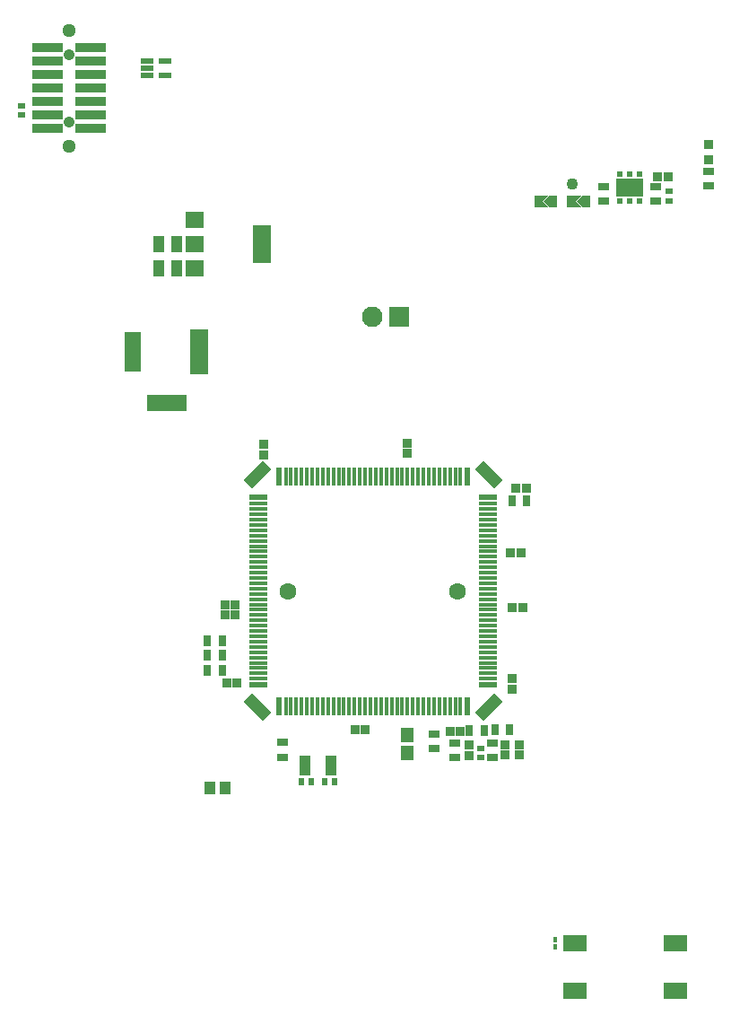
<source format=gbr>
%TF.GenerationSoftware,Altium Limited,Altium Designer,19.1.6 (110)*%
G04 Layer_Color=8388736*
%FSLAX26Y26*%
%MOIN*%
%TF.FileFunction,Soldermask,Top*%
%TF.Part,Single*%
G01*
G75*
%TA.AperFunction,ComponentPad*%
%ADD65C,0.050787*%
%ADD66C,0.042126*%
%ADD67R,0.147764X0.059181*%
%ADD68R,0.059181X0.147764*%
%ADD69R,0.069024X0.169417*%
%ADD70C,0.062992*%
%ADD71C,0.076772*%
%ADD72R,0.076772X0.076772*%
%TA.AperFunction,SMDPad,CuDef*%
%ADD79R,0.113779X0.033071*%
%ADD80R,0.036346X0.037921*%
%ADD81R,0.051307X0.057213*%
%ADD82R,0.037921X0.036346*%
%ADD83R,0.088976X0.063779*%
%ADD84R,0.068898X0.062992*%
%ADD85R,0.068898X0.141732*%
G04:AMPARAMS|DCode=86|XSize=43.307mil|YSize=102.362mil|CornerRadius=0mil|HoleSize=0mil|Usage=FLASHONLY|Rotation=315.000|XOffset=0mil|YOffset=0mil|HoleType=Round|Shape=Rectangle|*
%AMROTATEDRECTD86*
4,1,4,-0.051502,-0.020879,0.020879,0.051502,0.051502,0.020879,-0.020879,-0.051502,-0.051502,-0.020879,0.0*
%
%ADD86ROTATEDRECTD86*%

G04:AMPARAMS|DCode=87|XSize=43.307mil|YSize=102.362mil|CornerRadius=0mil|HoleSize=0mil|Usage=FLASHONLY|Rotation=225.000|XOffset=0mil|YOffset=0mil|HoleType=Round|Shape=Rectangle|*
%AMROTATEDRECTD87*
4,1,4,-0.020879,0.051502,0.051502,-0.020879,0.020879,-0.051502,-0.051502,0.020879,-0.020879,0.051502,0.0*
%
%ADD87ROTATEDRECTD87*%

%ADD88R,0.015748X0.068898*%
%ADD89R,0.023622X0.068898*%
%ADD90R,0.068898X0.023622*%
%ADD91R,0.068898X0.015748*%
%ADD92R,0.043307X0.074803*%
%ADD93R,0.039370X0.059055*%
%ADD94R,0.038976X0.029134*%
%ADD95R,0.024016X0.025984*%
%ADD96R,0.025984X0.024016*%
%ADD97R,0.035433X0.035433*%
%ADD98R,0.035433X0.035433*%
%ADD99R,0.043307X0.029134*%
%ADD100R,0.031496X0.024016*%
%ADD101R,0.029134X0.043307*%
%ADD102C,0.043307*%
%ADD103R,0.102362X0.070866*%
%ADD104R,0.021654X0.023622*%
%ADD105R,0.051181X0.019685*%
%ADD106R,0.016929X0.020669*%
%ADD107R,0.029134X0.038976*%
%ADD108R,0.039496X0.047370*%
G36*
X2065590Y4233420D02*
X2038031D01*
X2016378Y4255074D01*
X2038031Y4276727D01*
X2065590D01*
Y4233420D01*
D02*
G37*
G36*
X2012441Y4255074D02*
X2012441D01*
X2034094Y4233420D01*
X1980945D01*
Y4276727D01*
X2034094D01*
X2012441Y4255074D01*
D02*
G37*
G36*
X2187638Y4233420D02*
X2160079D01*
X2138425Y4255074D01*
X2160079Y4276727D01*
X2187638D01*
Y4233420D01*
D02*
G37*
G36*
X2134488Y4255074D02*
X2134488D01*
X2156142Y4233420D01*
X2102992D01*
Y4276727D01*
X2156142D01*
X2134488Y4255074D01*
D02*
G37*
D65*
X252795Y4460585D02*
D03*
Y4889326D02*
D03*
D66*
Y4549956D02*
D03*
Y4799956D02*
D03*
D67*
X616772Y3508026D02*
D03*
D68*
X488819Y3697003D02*
D03*
D69*
X734882D02*
D03*
D70*
X1067560Y2807239D02*
D03*
X1697481D02*
D03*
D71*
X1377795Y3824956D02*
D03*
D72*
X1477795D02*
D03*
D79*
X172795Y4524956D02*
D03*
Y4574956D02*
D03*
Y4624956D02*
D03*
X332795D02*
D03*
Y4574956D02*
D03*
Y4524956D02*
D03*
Y4674956D02*
D03*
Y4724956D02*
D03*
Y4774956D02*
D03*
Y4824956D02*
D03*
X172795D02*
D03*
Y4774956D02*
D03*
Y4724956D02*
D03*
Y4674956D02*
D03*
D80*
X1738189Y2235827D02*
D03*
Y2197244D02*
D03*
X1927000Y2237291D02*
D03*
Y2198709D02*
D03*
X1509842Y3318307D02*
D03*
Y3356890D02*
D03*
X1897638Y2482874D02*
D03*
Y2444291D02*
D03*
X976378Y3314370D02*
D03*
Y3352953D02*
D03*
X1874000Y2237291D02*
D03*
Y2198709D02*
D03*
D81*
X1510000Y2273465D02*
D03*
Y2206535D02*
D03*
D82*
X870669Y2718504D02*
D03*
X832087D02*
D03*
X870669Y2754921D02*
D03*
X832087D02*
D03*
X1353347Y2291929D02*
D03*
X1314764D02*
D03*
X1894094Y2949803D02*
D03*
X1932677D02*
D03*
X1899709Y2748000D02*
D03*
X1938291D02*
D03*
X1912598Y3188189D02*
D03*
X1951181D02*
D03*
X877291Y2466000D02*
D03*
X838709D02*
D03*
X1706291Y2287000D02*
D03*
X1667709D02*
D03*
X2479291Y4348000D02*
D03*
X2440709D02*
D03*
D83*
X2506803Y1322373D02*
D03*
Y1499538D02*
D03*
X2132787Y1322373D02*
D03*
Y1499538D02*
D03*
D84*
X719134Y4187160D02*
D03*
Y4096609D02*
D03*
Y4006058D02*
D03*
D85*
X969134Y4096609D02*
D03*
D86*
X951025Y3238735D02*
D03*
X1814017Y2375743D02*
D03*
D87*
X951025D02*
D03*
X1814017Y3238735D02*
D03*
D88*
X1392363Y2381058D02*
D03*
X1412048D02*
D03*
X1431733D02*
D03*
X1451418D02*
D03*
X1471103D02*
D03*
X1490788D02*
D03*
X1510473D02*
D03*
X1530159D02*
D03*
X1549843D02*
D03*
X1707324D02*
D03*
X1687639D02*
D03*
X1667954D02*
D03*
X1648269D02*
D03*
X1628584D02*
D03*
X1608899D02*
D03*
X1589214D02*
D03*
X1569529D02*
D03*
X1215198D02*
D03*
X1234883D02*
D03*
X1254568D02*
D03*
X1274253D02*
D03*
X1293938D02*
D03*
X1313623D02*
D03*
X1333308D02*
D03*
X1352993D02*
D03*
X1372678D02*
D03*
X1195513D02*
D03*
X1175828D02*
D03*
X1156143D02*
D03*
X1136458D02*
D03*
X1116773D02*
D03*
X1097088D02*
D03*
X1077403D02*
D03*
X1057717D02*
D03*
X1707322Y3233420D02*
D03*
X1687638D02*
D03*
X1667953D02*
D03*
X1648267D02*
D03*
X1628582D02*
D03*
X1608898D02*
D03*
X1589213D02*
D03*
X1569527D02*
D03*
X1549842D02*
D03*
X1530158D02*
D03*
X1510473D02*
D03*
X1490787D02*
D03*
X1471102D02*
D03*
X1451418D02*
D03*
X1431733D02*
D03*
X1412047D02*
D03*
X1392362D02*
D03*
X1372678D02*
D03*
X1352993D02*
D03*
X1333307D02*
D03*
X1313622D02*
D03*
X1293938D02*
D03*
X1274253D02*
D03*
X1254568D02*
D03*
X1234882D02*
D03*
X1215197D02*
D03*
X1195513D02*
D03*
X1175828D02*
D03*
X1156142D02*
D03*
X1136457D02*
D03*
X1116773D02*
D03*
X1097088D02*
D03*
X1077402D02*
D03*
X1057717D02*
D03*
D89*
X1730946Y2381058D02*
D03*
X1034095D02*
D03*
X1730946Y3233420D02*
D03*
X1034095D02*
D03*
D90*
X1808702Y2458814D02*
D03*
Y3155664D02*
D03*
X956340D02*
D03*
Y2458814D02*
D03*
D91*
X1808702Y2482436D02*
D03*
Y2502122D02*
D03*
Y2521807D02*
D03*
Y2541492D02*
D03*
Y2561177D02*
D03*
Y2580861D02*
D03*
Y2600546D02*
D03*
Y2620231D02*
D03*
Y2639916D02*
D03*
Y2659602D02*
D03*
Y2679287D02*
D03*
Y2698972D02*
D03*
Y2718657D02*
D03*
Y2738341D02*
D03*
Y2758026D02*
D03*
Y2777711D02*
D03*
Y2797396D02*
D03*
Y2817081D02*
D03*
Y2836767D02*
D03*
Y2856452D02*
D03*
Y2876137D02*
D03*
Y2895822D02*
D03*
Y2915506D02*
D03*
Y2935191D02*
D03*
Y2954876D02*
D03*
Y2974561D02*
D03*
Y2994247D02*
D03*
Y3013932D02*
D03*
Y3033617D02*
D03*
Y3053302D02*
D03*
Y3072986D02*
D03*
Y3092671D02*
D03*
Y3112356D02*
D03*
Y3132041D02*
D03*
X956340D02*
D03*
Y3112356D02*
D03*
Y3092671D02*
D03*
Y3072986D02*
D03*
Y3053302D02*
D03*
Y3033617D02*
D03*
Y3013932D02*
D03*
Y2994247D02*
D03*
Y2974561D02*
D03*
Y2954876D02*
D03*
Y2935191D02*
D03*
Y2915506D02*
D03*
Y2895822D02*
D03*
Y2876137D02*
D03*
Y2856452D02*
D03*
Y2836767D02*
D03*
Y2817081D02*
D03*
Y2797396D02*
D03*
Y2777711D02*
D03*
Y2758026D02*
D03*
Y2738341D02*
D03*
Y2718657D02*
D03*
Y2698972D02*
D03*
Y2679287D02*
D03*
Y2659602D02*
D03*
Y2639916D02*
D03*
Y2620231D02*
D03*
Y2600546D02*
D03*
Y2580861D02*
D03*
Y2561177D02*
D03*
Y2541492D02*
D03*
Y2521807D02*
D03*
Y2502122D02*
D03*
Y2482436D02*
D03*
D92*
X1227362Y2161417D02*
D03*
X1128937D02*
D03*
D93*
X584291Y4097404D02*
D03*
X651221D02*
D03*
X584291Y4006853D02*
D03*
X651221D02*
D03*
D94*
X2238819Y4255074D02*
D03*
Y4310192D02*
D03*
X2433701Y4255074D02*
D03*
Y4310192D02*
D03*
X1826772Y2188976D02*
D03*
Y2244095D02*
D03*
X1685039Y2188976D02*
D03*
Y2244095D02*
D03*
X1610000Y2277559D02*
D03*
Y2222441D02*
D03*
X1044291Y2245079D02*
D03*
Y2189961D02*
D03*
D95*
X1117126Y2100394D02*
D03*
X1152559D02*
D03*
X1239173D02*
D03*
X1203740D02*
D03*
D96*
X1782480Y2224409D02*
D03*
Y2188976D02*
D03*
D97*
X2627795Y4467987D02*
D03*
D98*
Y4408932D02*
D03*
D99*
Y4312475D02*
D03*
Y4367593D02*
D03*
D100*
X2482000Y4256283D02*
D03*
Y4291717D02*
D03*
X76417Y4574956D02*
D03*
Y4610389D02*
D03*
D101*
X767386Y2624653D02*
D03*
X822504D02*
D03*
X766732Y2568898D02*
D03*
X821850D02*
D03*
X766732Y2513780D02*
D03*
X821850D02*
D03*
X1834441Y2292000D02*
D03*
X1889559D02*
D03*
X1739173Y2290354D02*
D03*
X1794291D02*
D03*
D102*
X2121693Y4321019D02*
D03*
D103*
X2336535Y4306137D02*
D03*
D104*
X2373937Y4254956D02*
D03*
X2336535D02*
D03*
X2299134D02*
D03*
Y4357318D02*
D03*
X2336535D02*
D03*
X2373937D02*
D03*
D105*
X608898Y4775743D02*
D03*
Y4724562D02*
D03*
X541968D02*
D03*
Y4750152D02*
D03*
Y4775743D02*
D03*
D106*
X2057795Y1487235D02*
D03*
Y1511841D02*
D03*
D107*
X1898622Y3144685D02*
D03*
X1953740D02*
D03*
D108*
X833661Y2075787D02*
D03*
X774606D02*
D03*
%TF.MD5,005ac56b0a5c914f4b32760a6d60c45b*%
M02*

</source>
